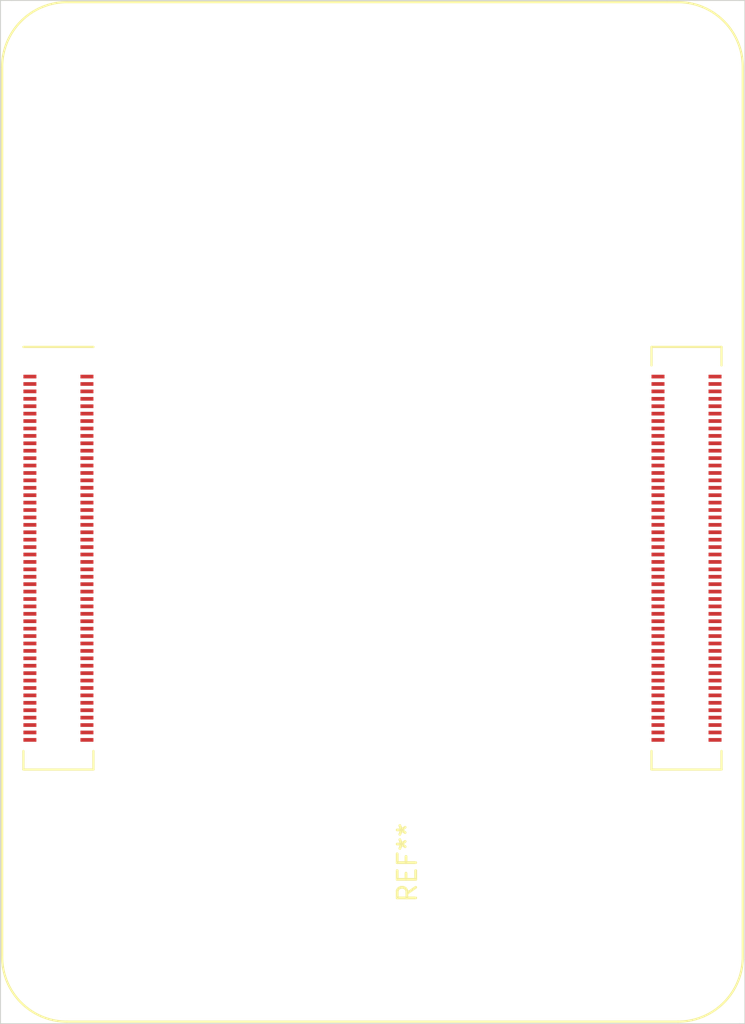
<source format=kicad_pcb>
(kicad_pcb (version 20171130) (host pcbnew "(5.1.10)-1")

  (general
    (thickness 1.6)
    (drawings 16)
    (tracks 0)
    (zones 0)
    (modules 1)
    (nets 1)
  )

  (page A4)
  (layers
    (0 F.Cu signal)
    (31 B.Cu signal)
    (32 B.Adhes user)
    (33 F.Adhes user)
    (34 B.Paste user)
    (35 F.Paste user)
    (36 B.SilkS user)
    (37 F.SilkS user)
    (38 B.Mask user)
    (39 F.Mask user)
    (40 Dwgs.User user)
    (41 Cmts.User user)
    (42 Eco1.User user)
    (43 Eco2.User user)
    (44 Edge.Cuts user)
    (45 Margin user)
    (46 B.CrtYd user)
    (47 F.CrtYd user)
    (48 B.Fab user)
    (49 F.Fab user)
  )

  (setup
    (last_trace_width 0.25)
    (trace_clearance 0.2)
    (zone_clearance 0.508)
    (zone_45_only no)
    (trace_min 0.2)
    (via_size 0.8)
    (via_drill 0.4)
    (via_min_size 0.4)
    (via_min_drill 0.3)
    (uvia_size 0.3)
    (uvia_drill 0.1)
    (uvias_allowed no)
    (uvia_min_size 0.2)
    (uvia_min_drill 0.1)
    (edge_width 0.05)
    (segment_width 0.2)
    (pcb_text_width 0.3)
    (pcb_text_size 1.5 1.5)
    (mod_edge_width 0.12)
    (mod_text_size 1 1)
    (mod_text_width 0.15)
    (pad_size 1.524 1.524)
    (pad_drill 0.762)
    (pad_to_mask_clearance 0)
    (aux_axis_origin 0 0)
    (visible_elements FFFFFF7F)
    (pcbplotparams
      (layerselection 0x010fc_ffffffff)
      (usegerberextensions false)
      (usegerberattributes true)
      (usegerberadvancedattributes true)
      (creategerberjobfile true)
      (excludeedgelayer true)
      (linewidth 0.100000)
      (plotframeref false)
      (viasonmask false)
      (mode 1)
      (useauxorigin false)
      (hpglpennumber 1)
      (hpglpenspeed 20)
      (hpglpendiameter 15.000000)
      (psnegative false)
      (psa4output false)
      (plotreference true)
      (plotvalue true)
      (plotinvisibletext false)
      (padsonsilk false)
      (subtractmaskfromsilk false)
      (outputformat 1)
      (mirror false)
      (drillshape 0)
      (scaleselection 1)
      (outputdirectory "Gerbers/"))
  )

  (net 0 "")

  (net_class Default "This is the default net class."
    (clearance 0.2)
    (trace_width 0.25)
    (via_dia 0.8)
    (via_drill 0.4)
    (uvia_dia 0.3)
    (uvia_drill 0.1)
  )

  (module PI-CM4Stencil:Pi_CM4 (layer F.Cu) (tedit 6173BF1E) (tstamp 61E174FB)
    (at 148.59 97.79)
    (descr "Raspberry Pi 4 Compute Module")
    (tags "Raspberry Pi 4 Compute Module")
    (attr smd)
    (fp_text reference REF** (at 1.88 16.42 270) (layer F.SilkS)
      (effects (font (size 1 1) (thickness 0.15)))
    )
    (fp_text value Raspberry-Pi-4-Compute-Module (at 0.02 21.69) (layer F.Fab)
      (effects (font (size 1 1) (thickness 0.15)))
    )
    (fp_arc (start 16.5 -26.5) (end 20 -26.5) (angle -90) (layer F.SilkS) (width 0.12))
    (fp_arc (start 16.5 21.5) (end 16.5 25) (angle -90) (layer F.SilkS) (width 0.12))
    (fp_arc (start -16.5 -26.5) (end -16.5 -30) (angle -90) (layer F.SilkS) (width 0.12))
    (fp_arc (start -16.5 21.5) (end -20 21.5) (angle -90) (layer F.SilkS) (width 0.12))
    (fp_text user 1 (at -18.4 -10.6) (layer F.Fab)
      (effects (font (size 1 1) (thickness 0.15)))
    )
    (fp_text user 1 (at 15.6 -10.65) (layer F.Fab)
      (effects (font (size 1 1) (thickness 0.15)))
    )
    (fp_line (start 18.2 -9.9) (end 18.8 -9.9) (layer F.Fab) (width 0.12))
    (fp_line (start 18.15 9.9) (end 18.2 -9.9) (layer F.Fab) (width 0.12))
    (fp_line (start 18.75 9.9) (end 18.15 9.9) (layer F.Fab) (width 0.12))
    (fp_line (start 15.75 9.9) (end 15.15 9.9) (layer F.Fab) (width 0.12))
    (fp_line (start 15.75 -9.9) (end 15.75 9.9) (layer F.Fab) (width 0.12))
    (fp_line (start 15.15 -9.9) (end 15.75 -9.9) (layer F.Fab) (width 0.12))
    (fp_line (start -15.8 -9.9) (end -15.1 -9.9) (layer F.Fab) (width 0.12))
    (fp_line (start -15.75 9.9) (end -15.8 -9.9) (layer F.Fab) (width 0.12))
    (fp_line (start -15.1 9.9) (end -15.75 9.9) (layer F.Fab) (width 0.12))
    (fp_line (start -18.15 9.9) (end -18.8 9.9) (layer F.Fab) (width 0.12))
    (fp_line (start -18.15 -9.9) (end -18.15 9.9) (layer F.Fab) (width 0.12))
    (fp_line (start -18.8 -9.9) (end -18.15 -9.9) (layer F.Fab) (width 0.12))
    (fp_line (start 15.1 11.4) (end 15.1 -11.4) (layer F.Fab) (width 0.12))
    (fp_line (start 18.8 11.4) (end 15.1 11.4) (layer F.Fab) (width 0.12))
    (fp_line (start 18.85 -11.4) (end 18.8 11.4) (layer F.Fab) (width 0.12))
    (fp_line (start 15.1 -11.4) (end 18.85 -11.4) (layer F.Fab) (width 0.12))
    (fp_line (start -18.85 11.4) (end -18.85 -11.4) (layer F.Fab) (width 0.12))
    (fp_line (start -15.05 11.4) (end -18.85 11.4) (layer F.Fab) (width 0.12))
    (fp_line (start -15.05 -11.4) (end -15.05 11.4) (layer F.Fab) (width 0.12))
    (fp_line (start -18.85 -11.4) (end -15.05 -11.4) (layer F.Fab) (width 0.12))
    (fp_line (start -15.07 -11.4) (end -15.07 11.4) (layer F.CrtYd) (width 0.12))
    (fp_line (start -15.07 11.4) (end -18.85 11.4) (layer F.CrtYd) (width 0.12))
    (fp_line (start -18.85 11.4) (end -18.85 -11.4) (layer F.CrtYd) (width 0.12))
    (fp_line (start 18.85 -11.4) (end 18.85 11.4) (layer F.CrtYd) (width 0.12))
    (fp_line (start 15.07 -11.4) (end 18.85 -11.4) (layer F.CrtYd) (width 0.12))
    (fp_line (start 18.85 11.4) (end 15.07 11.4) (layer F.CrtYd) (width 0.12))
    (fp_line (start 15.07 11.4) (end 15.07 -11.4) (layer F.CrtYd) (width 0.12))
    (fp_line (start -18.85 -11.4) (end -15.07 -11.4) (layer F.CrtYd) (width 0.12))
    (fp_line (start 16.5 -30) (end -16.5 -30) (layer F.SilkS) (width 0.12))
    (fp_line (start 15.07 -11.4) (end 15.07 -10.4) (layer F.SilkS) (width 0.12))
    (fp_line (start 18.85 -11.4) (end 18.85 -10.4) (layer F.SilkS) (width 0.12))
    (fp_line (start -20 -26.5) (end -20 21.5) (layer F.SilkS) (width 0.12))
    (fp_line (start -16.5 25) (end 16.5 25) (layer F.SilkS) (width 0.12))
    (fp_line (start 15.07 11.4) (end 18.85 11.4) (layer F.SilkS) (width 0.12))
    (fp_line (start -15.07 11.4) (end -15.07 10.4) (layer F.SilkS) (width 0.12))
    (fp_line (start -18.85 11.4) (end -18.85 10.4) (layer F.SilkS) (width 0.12))
    (fp_line (start 15.07 -11.4) (end 18.85 -11.4) (layer F.SilkS) (width 0.12))
    (fp_line (start -18.85 -11.4) (end -15.07 -11.4) (layer F.SilkS) (width 0.12))
    (fp_line (start 20 21.5) (end 20 -26.5) (layer F.SilkS) (width 0.12))
    (fp_line (start 18.85 11.4) (end 18.85 10.4) (layer F.SilkS) (width 0.12))
    (fp_line (start 15.07 11.4) (end 15.07 10.4) (layer F.SilkS) (width 0.12))
    (fp_line (start -18.85 11.4) (end -15.07 11.4) (layer F.SilkS) (width 0.12))
    (pad 200 smd rect (at 18.5 9.8 270) (size 0.2 0.7) (layers F.Cu F.Paste F.Mask))
    (pad 199 smd rect (at 15.42 9.8 270) (size 0.2 0.7) (layers F.Cu F.Paste F.Mask))
    (pad 198 smd rect (at 18.5 9.4 270) (size 0.2 0.7) (layers F.Cu F.Paste F.Mask))
    (pad 197 smd rect (at 15.42 9.4 270) (size 0.2 0.7) (layers F.Cu F.Paste F.Mask))
    (pad 196 smd rect (at 18.5 9 270) (size 0.2 0.7) (layers F.Cu F.Paste F.Mask)
      (die_length 3.78))
    (pad 195 smd rect (at 15.42 9 270) (size 0.2 0.7) (layers F.Cu F.Paste F.Mask)
      (die_length 0.84))
    (pad 194 smd rect (at 18.5 8.6 270) (size 0.2 0.7) (layers F.Cu F.Paste F.Mask)
      (die_length 3.78))
    (pad 193 smd rect (at 15.42 8.6 270) (size 0.2 0.7) (layers F.Cu F.Paste F.Mask)
      (die_length 0.83))
    (pad 192 smd rect (at 18.5 8.2 270) (size 0.2 0.7) (layers F.Cu F.Paste F.Mask))
    (pad 191 smd rect (at 15.42 8.2 270) (size 0.2 0.7) (layers F.Cu F.Paste F.Mask)
      (die_length 1.28))
    (pad 190 smd rect (at 18.5 7.8 270) (size 0.2 0.7) (layers F.Cu F.Paste F.Mask)
      (die_length 3.25))
    (pad 189 smd rect (at 15.42 7.8 270) (size 0.2 0.7) (layers F.Cu F.Paste F.Mask)
      (die_length 1.28))
    (pad 188 smd rect (at 18.5 7.4 270) (size 0.2 0.7) (layers F.Cu F.Paste F.Mask)
      (die_length 3.24))
    (pad 187 smd rect (at 15.42 7.4 270) (size 0.2 0.7) (layers F.Cu F.Paste F.Mask))
    (pad 186 smd rect (at 18.5 7 270) (size 0.2 0.7) (layers F.Cu F.Paste F.Mask))
    (pad 185 smd rect (at 15.42 7 270) (size 0.2 0.7) (layers F.Cu F.Paste F.Mask))
    (pad 184 smd rect (at 18.5 6.6 270) (size 0.2 0.7) (layers F.Cu F.Paste F.Mask)
      (die_length 1.76))
    (pad 183 smd rect (at 15.42 6.6 270) (size 0.2 0.7) (layers F.Cu F.Paste F.Mask)
      (die_length 1.06))
    (pad 182 smd rect (at 18.5 6.2 270) (size 0.2 0.7) (layers F.Cu F.Paste F.Mask)
      (die_length 1.76))
    (pad 181 smd rect (at 15.42 6.2 270) (size 0.2 0.7) (layers F.Cu F.Paste F.Mask)
      (die_length 1.06))
    (pad 180 smd rect (at 18.5 5.8 270) (size 0.2 0.7) (layers F.Cu F.Paste F.Mask))
    (pad 179 smd rect (at 15.42 5.8 270) (size 0.2 0.7) (layers F.Cu F.Paste F.Mask))
    (pad 178 smd rect (at 18.5 5.4 270) (size 0.2 0.7) (layers F.Cu F.Paste F.Mask)
      (die_length 0.62))
    (pad 177 smd rect (at 15.42 5.4 270) (size 0.2 0.7) (layers F.Cu F.Paste F.Mask)
      (die_length 0.01))
    (pad 176 smd rect (at 18.5 5 270) (size 0.2 0.7) (layers F.Cu F.Paste F.Mask)
      (die_length 0.62))
    (pad 175 smd rect (at 15.42 5 270) (size 0.2 0.7) (layers F.Cu F.Paste F.Mask))
    (pad 174 smd rect (at 18.5 4.6 270) (size 0.2 0.7) (layers F.Cu F.Paste F.Mask))
    (pad 173 smd rect (at 15.42 4.6 270) (size 0.2 0.7) (layers F.Cu F.Paste F.Mask))
    (pad 172 smd rect (at 18.5 4.2 270) (size 0.2 0.7) (layers F.Cu F.Paste F.Mask))
    (pad 171 smd rect (at 15.42 4.2 270) (size 0.2 0.7) (layers F.Cu F.Paste F.Mask))
    (pad 170 smd rect (at 18.5 3.8 270) (size 0.2 0.7) (layers F.Cu F.Paste F.Mask))
    (pad 169 smd rect (at 15.42 3.8 270) (size 0.2 0.7) (layers F.Cu F.Paste F.Mask))
    (pad 168 smd rect (at 18.5 3.4 270) (size 0.2 0.7) (layers F.Cu F.Paste F.Mask))
    (pad 167 smd rect (at 15.42 3.4 270) (size 0.2 0.7) (layers F.Cu F.Paste F.Mask))
    (pad 166 smd rect (at 18.5 3 270) (size 0.2 0.7) (layers F.Cu F.Paste F.Mask)
      (die_length 2.47))
    (pad 165 smd rect (at 15.42 3 270) (size 0.2 0.7) (layers F.Cu F.Paste F.Mask))
    (pad 164 smd rect (at 18.5 2.6 270) (size 0.2 0.7) (layers F.Cu F.Paste F.Mask)
      (die_length 2.47))
    (pad 163 smd rect (at 15.42 2.6 270) (size 0.2 0.7) (layers F.Cu F.Paste F.Mask))
    (pad 162 smd rect (at 18.5 2.2 270) (size 0.2 0.7) (layers F.Cu F.Paste F.Mask))
    (pad 161 smd rect (at 15.42 2.2 270) (size 0.2 0.7) (layers F.Cu F.Paste F.Mask))
    (pad 160 smd rect (at 18.5 1.8 270) (size 0.2 0.7) (layers F.Cu F.Paste F.Mask)
      (die_length 1.51))
    (pad 159 smd rect (at 15.42 1.8 270) (size 0.2 0.7) (layers F.Cu F.Paste F.Mask))
    (pad 158 smd rect (at 18.5 1.4 270) (size 0.2 0.7) (layers F.Cu F.Paste F.Mask)
      (die_length 1.51))
    (pad 157 smd rect (at 15.42 1.4 270) (size 0.2 0.7) (layers F.Cu F.Paste F.Mask))
    (pad 156 smd rect (at 18.5 1 270) (size 0.2 0.7) (layers F.Cu F.Paste F.Mask))
    (pad 155 smd rect (at 15.42 1 270) (size 0.2 0.7) (layers F.Cu F.Paste F.Mask))
    (pad 154 smd rect (at 18.5 0.6 270) (size 0.2 0.7) (layers F.Cu F.Paste F.Mask)
      (die_length 1))
    (pad 153 smd rect (at 15.42 0.6 270) (size 0.2 0.7) (layers F.Cu F.Paste F.Mask))
    (pad 152 smd rect (at 18.5 0.2 270) (size 0.2 0.7) (layers F.Cu F.Paste F.Mask)
      (die_length 1))
    (pad 151 smd rect (at 15.42 0.2 270) (size 0.2 0.7) (layers F.Cu F.Paste F.Mask))
    (pad 150 smd rect (at 18.5 -0.2 270) (size 0.2 0.7) (layers F.Cu F.Paste F.Mask))
    (pad 149 smd rect (at 15.42 -0.2 270) (size 0.2 0.7) (layers F.Cu F.Paste F.Mask))
    (pad 148 smd rect (at 18.5 -0.6 270) (size 0.2 0.7) (layers F.Cu F.Paste F.Mask))
    (pad 147 smd rect (at 15.42 -0.6 270) (size 0.2 0.7) (layers F.Cu F.Paste F.Mask))
    (pad 146 smd rect (at 18.5 -1 270) (size 0.2 0.7) (layers F.Cu F.Paste F.Mask))
    (pad 145 smd rect (at 15.42 -1 270) (size 0.2 0.7) (layers F.Cu F.Paste F.Mask))
    (pad 144 smd rect (at 18.5 -1.4 270) (size 0.2 0.7) (layers F.Cu F.Paste F.Mask))
    (pad 143 smd rect (at 15.42 -1.4 270) (size 0.2 0.7) (layers F.Cu F.Paste F.Mask))
    (pad 142 smd rect (at 18.5 -1.8 270) (size 0.2 0.7) (layers F.Cu F.Paste F.Mask)
      (die_length 0.02))
    (pad 141 smd rect (at 15.42 -1.8 270) (size 0.2 0.7) (layers F.Cu F.Paste F.Mask))
    (pad 140 smd rect (at 18.5 -2.2 270) (size 0.2 0.7) (layers F.Cu F.Paste F.Mask)
      (die_length 0.02))
    (pad 139 smd rect (at 15.42 -2.2 270) (size 0.2 0.7) (layers F.Cu F.Paste F.Mask))
    (pad 138 smd rect (at 18.5 -2.6 270) (size 0.2 0.7) (layers F.Cu F.Paste F.Mask))
    (pad 137 smd rect (at 15.42 -2.6 270) (size 0.2 0.7) (layers F.Cu F.Paste F.Mask))
    (pad 136 smd rect (at 18.5 -3 270) (size 0.2 0.7) (layers F.Cu F.Paste F.Mask))
    (pad 135 smd rect (at 15.42 -3 270) (size 0.2 0.7) (layers F.Cu F.Paste F.Mask)
      (die_length 0.04))
    (pad 134 smd rect (at 18.5 -3.4 270) (size 0.2 0.7) (layers F.Cu F.Paste F.Mask))
    (pad 133 smd rect (at 15.42 -3.4 270) (size 0.2 0.7) (layers F.Cu F.Paste F.Mask)
      (die_length 0.05))
    (pad 132 smd rect (at 18.5 -3.8 270) (size 0.2 0.7) (layers F.Cu F.Paste F.Mask))
    (pad 131 smd rect (at 15.42 -3.8 270) (size 0.2 0.7) (layers F.Cu F.Paste F.Mask))
    (pad 130 smd rect (at 18.5 -4.2 270) (size 0.2 0.7) (layers F.Cu F.Paste F.Mask)
      (die_length 0.07))
    (pad 129 smd rect (at 15.42 -4.2 270) (size 0.2 0.7) (layers F.Cu F.Paste F.Mask)
      (die_length 0.78))
    (pad 128 smd rect (at 18.5 -4.6 270) (size 0.2 0.7) (layers F.Cu F.Paste F.Mask)
      (die_length 0.06))
    (pad 127 smd rect (at 15.42 -4.6 270) (size 0.2 0.7) (layers F.Cu F.Paste F.Mask)
      (die_length 0.78))
    (pad 126 smd rect (at 18.5 -5 270) (size 0.2 0.7) (layers F.Cu F.Paste F.Mask))
    (pad 125 smd rect (at 15.42 -5 270) (size 0.2 0.7) (layers F.Cu F.Paste F.Mask))
    (pad 124 smd rect (at 18.5 -5.4 270) (size 0.2 0.7) (layers F.Cu F.Paste F.Mask))
    (pad 123 smd rect (at 15.42 -5.4 270) (size 0.2 0.7) (layers F.Cu F.Paste F.Mask)
      (die_length 0.4))
    (pad 122 smd rect (at 18.5 -5.8 270) (size 0.2 0.7) (layers F.Cu F.Paste F.Mask))
    (pad 121 smd rect (at 15.42 -5.8 270) (size 0.2 0.7) (layers F.Cu F.Paste F.Mask)
      (die_length 0.4))
    (pad 120 smd rect (at 18.5 -6.2 270) (size 0.2 0.7) (layers F.Cu F.Paste F.Mask))
    (pad 119 smd rect (at 15.42 -6.2 270) (size 0.2 0.7) (layers F.Cu F.Paste F.Mask))
    (pad 118 smd rect (at 18.5 -6.6 270) (size 0.2 0.7) (layers F.Cu F.Paste F.Mask))
    (pad 117 smd rect (at 15.42 -6.6 270) (size 0.2 0.7) (layers F.Cu F.Paste F.Mask)
      (die_length 0.01))
    (pad 116 smd rect (at 18.5 -7 270) (size 0.2 0.7) (layers F.Cu F.Paste F.Mask))
    (pad 115 smd rect (at 15.42 -7 270) (size 0.2 0.7) (layers F.Cu F.Paste F.Mask)
      (die_length 0.02))
    (pad 114 smd rect (at 18.5 -7.4 270) (size 0.2 0.7) (layers F.Cu F.Paste F.Mask))
    (pad 113 smd rect (at 15.42 -7.4 270) (size 0.2 0.7) (layers F.Cu F.Paste F.Mask))
    (pad 112 smd rect (at 18.5 -7.8 270) (size 0.2 0.7) (layers F.Cu F.Paste F.Mask))
    (pad 111 smd rect (at 15.42 -7.8 270) (size 0.2 0.7) (layers F.Cu F.Paste F.Mask))
    (pad 110 smd rect (at 18.5 -8.2 270) (size 0.2 0.7) (layers F.Cu F.Paste F.Mask))
    (pad 109 smd rect (at 15.42 -8.2 270) (size 0.2 0.7) (layers F.Cu F.Paste F.Mask))
    (pad 108 smd rect (at 18.5 -8.6 270) (size 0.2 0.7) (layers F.Cu F.Paste F.Mask))
    (pad 107 smd rect (at 15.42 -8.6 270) (size 0.2 0.7) (layers F.Cu F.Paste F.Mask))
    (pad 106 smd rect (at 18.5 -9 270) (size 0.2 0.7) (layers F.Cu F.Paste F.Mask))
    (pad 105 smd rect (at 15.42 -9 270) (size 0.2 0.7) (layers F.Cu F.Paste F.Mask))
    (pad 104 smd rect (at 18.5 -9.4 270) (size 0.2 0.7) (layers F.Cu F.Paste F.Mask))
    (pad 103 smd rect (at 15.42 -9.4 270) (size 0.2 0.7) (layers F.Cu F.Paste F.Mask))
    (pad 102 smd rect (at 18.5 -9.8 270) (size 0.2 0.7) (layers F.Cu F.Paste F.Mask))
    (pad 101 smd rect (at 15.42 -9.8 270) (size 0.2 0.7) (layers F.Cu F.Paste F.Mask))
    (pad 100 smd rect (at -15.42 9.8 270) (size 0.2 0.7) (layers F.Cu F.Paste F.Mask))
    (pad 99 smd rect (at -18.5 9.8 270) (size 0.2 0.7) (layers F.Cu F.Paste F.Mask))
    (pad 98 smd rect (at -15.42 9.4 270) (size 0.2 0.7) (layers F.Cu F.Paste F.Mask))
    (pad 97 smd rect (at -18.5 9.4 270) (size 0.2 0.7) (layers F.Cu F.Paste F.Mask))
    (pad 96 smd rect (at -15.42 9 270) (size 0.2 0.7) (layers F.Cu F.Paste F.Mask))
    (pad 95 smd rect (at -18.5 9 270) (size 0.2 0.7) (layers F.Cu F.Paste F.Mask))
    (pad 94 smd rect (at -15.42 8.6 270) (size 0.2 0.7) (layers F.Cu F.Paste F.Mask))
    (pad 93 smd rect (at -18.5 8.6 270) (size 0.2 0.7) (layers F.Cu F.Paste F.Mask))
    (pad 92 smd rect (at -15.42 8.2 270) (size 0.2 0.7) (layers F.Cu F.Paste F.Mask))
    (pad 91 smd rect (at -18.5 8.2 270) (size 0.2 0.7) (layers F.Cu F.Paste F.Mask))
    (pad 90 smd rect (at -15.42 7.8 270) (size 0.2 0.7) (layers F.Cu F.Paste F.Mask))
    (pad 89 smd rect (at -18.5 7.8 270) (size 0.2 0.7) (layers F.Cu F.Paste F.Mask))
    (pad 88 smd rect (at -15.42 7.4 270) (size 0.2 0.7) (layers F.Cu F.Paste F.Mask))
    (pad 87 smd rect (at -18.5 7.4 270) (size 0.2 0.7) (layers F.Cu F.Paste F.Mask))
    (pad 86 smd rect (at -15.42 7 270) (size 0.2 0.7) (layers F.Cu F.Paste F.Mask))
    (pad 85 smd rect (at -18.5 7 270) (size 0.2 0.7) (layers F.Cu F.Paste F.Mask))
    (pad 84 smd rect (at -15.42 6.6 270) (size 0.2 0.7) (layers F.Cu F.Paste F.Mask))
    (pad 83 smd rect (at -18.5 6.6 270) (size 0.2 0.7) (layers F.Cu F.Paste F.Mask))
    (pad 82 smd rect (at -15.42 6.2 270) (size 0.2 0.7) (layers F.Cu F.Paste F.Mask))
    (pad 81 smd rect (at -18.5 6.2 270) (size 0.2 0.7) (layers F.Cu F.Paste F.Mask))
    (pad 80 smd rect (at -15.42 5.8 270) (size 0.2 0.7) (layers F.Cu F.Paste F.Mask))
    (pad 79 smd rect (at -18.5 5.8 270) (size 0.2 0.7) (layers F.Cu F.Paste F.Mask))
    (pad 78 smd rect (at -15.42 5.4 270) (size 0.2 0.7) (layers F.Cu F.Paste F.Mask))
    (pad 77 smd rect (at -18.5 5.4 270) (size 0.2 0.7) (layers F.Cu F.Paste F.Mask))
    (pad 76 smd rect (at -15.42 5 270) (size 0.2 0.7) (layers F.Cu F.Paste F.Mask))
    (pad 75 smd rect (at -18.5 5 270) (size 0.2 0.7) (layers F.Cu F.Paste F.Mask))
    (pad 74 smd rect (at -15.42 4.6 270) (size 0.2 0.7) (layers F.Cu F.Paste F.Mask))
    (pad 73 smd rect (at -18.5 4.6 270) (size 0.2 0.7) (layers F.Cu F.Paste F.Mask))
    (pad 72 smd rect (at -15.42 4.2 270) (size 0.2 0.7) (layers F.Cu F.Paste F.Mask))
    (pad 71 smd rect (at -18.5 4.2 270) (size 0.2 0.7) (layers F.Cu F.Paste F.Mask))
    (pad 70 smd rect (at -15.42 3.8 270) (size 0.2 0.7) (layers F.Cu F.Paste F.Mask))
    (pad 69 smd rect (at -18.5 3.8 270) (size 0.2 0.7) (layers F.Cu F.Paste F.Mask))
    (pad 68 smd rect (at -15.42 3.4 270) (size 0.2 0.7) (layers F.Cu F.Paste F.Mask))
    (pad 67 smd rect (at -18.5 3.4 270) (size 0.2 0.7) (layers F.Cu F.Paste F.Mask))
    (pad 66 smd rect (at -15.42 3 270) (size 0.2 0.7) (layers F.Cu F.Paste F.Mask))
    (pad 65 smd rect (at -18.5 3 270) (size 0.2 0.7) (layers F.Cu F.Paste F.Mask))
    (pad 64 smd rect (at -15.42 2.6 270) (size 0.2 0.7) (layers F.Cu F.Paste F.Mask))
    (pad 63 smd rect (at -18.5 2.6 270) (size 0.2 0.7) (layers F.Cu F.Paste F.Mask))
    (pad 62 smd rect (at -15.42 2.2 270) (size 0.2 0.7) (layers F.Cu F.Paste F.Mask))
    (pad 61 smd rect (at -18.5 2.2 270) (size 0.2 0.7) (layers F.Cu F.Paste F.Mask))
    (pad 60 smd rect (at -15.42 1.8 270) (size 0.2 0.7) (layers F.Cu F.Paste F.Mask))
    (pad 59 smd rect (at -18.5 1.8 270) (size 0.2 0.7) (layers F.Cu F.Paste F.Mask))
    (pad 58 smd rect (at -15.42 1.4 270) (size 0.2 0.7) (layers F.Cu F.Paste F.Mask))
    (pad 57 smd rect (at -18.5 1.4 270) (size 0.2 0.7) (layers F.Cu F.Paste F.Mask))
    (pad 56 smd rect (at -15.42 1 270) (size 0.2 0.7) (layers F.Cu F.Paste F.Mask))
    (pad 55 smd rect (at -18.5 1 270) (size 0.2 0.7) (layers F.Cu F.Paste F.Mask))
    (pad 54 smd rect (at -15.42 0.6 270) (size 0.2 0.7) (layers F.Cu F.Paste F.Mask))
    (pad 53 smd rect (at -18.5 0.6 270) (size 0.2 0.7) (layers F.Cu F.Paste F.Mask))
    (pad 52 smd rect (at -15.42 0.2 270) (size 0.2 0.7) (layers F.Cu F.Paste F.Mask))
    (pad 51 smd rect (at -18.5 0.2 270) (size 0.2 0.7) (layers F.Cu F.Paste F.Mask))
    (pad 50 smd rect (at -15.42 -0.2 270) (size 0.2 0.7) (layers F.Cu F.Paste F.Mask))
    (pad 49 smd rect (at -18.5 -0.2 270) (size 0.2 0.7) (layers F.Cu F.Paste F.Mask))
    (pad 48 smd rect (at -15.42 -0.6 270) (size 0.2 0.7) (layers F.Cu F.Paste F.Mask))
    (pad 47 smd rect (at -18.5 -0.6 270) (size 0.2 0.7) (layers F.Cu F.Paste F.Mask))
    (pad 46 smd rect (at -15.42 -1 270) (size 0.2 0.7) (layers F.Cu F.Paste F.Mask))
    (pad 45 smd rect (at -18.5 -1 270) (size 0.2 0.7) (layers F.Cu F.Paste F.Mask))
    (pad 44 smd rect (at -15.42 -1.4 270) (size 0.2 0.7) (layers F.Cu F.Paste F.Mask))
    (pad 43 smd rect (at -18.5 -1.4 270) (size 0.2 0.7) (layers F.Cu F.Paste F.Mask))
    (pad 42 smd rect (at -15.42 -1.8 270) (size 0.2 0.7) (layers F.Cu F.Paste F.Mask))
    (pad 41 smd rect (at -18.5 -1.8 270) (size 0.2 0.7) (layers F.Cu F.Paste F.Mask))
    (pad 40 smd rect (at -15.42 -2.2 270) (size 0.2 0.7) (layers F.Cu F.Paste F.Mask))
    (pad 39 smd rect (at -18.5 -2.2 270) (size 0.2 0.7) (layers F.Cu F.Paste F.Mask))
    (pad 38 smd rect (at -15.42 -2.6 270) (size 0.2 0.7) (layers F.Cu F.Paste F.Mask))
    (pad 37 smd rect (at -18.5 -2.6 270) (size 0.2 0.7) (layers F.Cu F.Paste F.Mask))
    (pad 36 smd rect (at -15.42 -3 270) (size 0.2 0.7) (layers F.Cu F.Paste F.Mask))
    (pad 35 smd rect (at -18.5 -3 270) (size 0.2 0.7) (layers F.Cu F.Paste F.Mask))
    (pad 34 smd rect (at -15.42 -3.4 270) (size 0.2 0.7) (layers F.Cu F.Paste F.Mask))
    (pad 33 smd rect (at -18.5 -3.4 270) (size 0.2 0.7) (layers F.Cu F.Paste F.Mask))
    (pad 32 smd rect (at -15.42 -3.8 270) (size 0.2 0.7) (layers F.Cu F.Paste F.Mask))
    (pad 31 smd rect (at -18.5 -3.8 270) (size 0.2 0.7) (layers F.Cu F.Paste F.Mask))
    (pad 30 smd rect (at -15.42 -4.2 270) (size 0.2 0.7) (layers F.Cu F.Paste F.Mask))
    (pad 29 smd rect (at -18.5 -4.2 270) (size 0.2 0.7) (layers F.Cu F.Paste F.Mask))
    (pad 28 smd rect (at -15.42 -4.6 270) (size 0.2 0.7) (layers F.Cu F.Paste F.Mask))
    (pad 27 smd rect (at -18.5 -4.6 270) (size 0.2 0.7) (layers F.Cu F.Paste F.Mask))
    (pad 26 smd rect (at -15.42 -5 270) (size 0.2 0.7) (layers F.Cu F.Paste F.Mask))
    (pad 25 smd rect (at -18.5 -5 270) (size 0.2 0.7) (layers F.Cu F.Paste F.Mask))
    (pad 24 smd rect (at -15.42 -5.4 270) (size 0.2 0.7) (layers F.Cu F.Paste F.Mask))
    (pad 23 smd rect (at -18.5 -5.4 270) (size 0.2 0.7) (layers F.Cu F.Paste F.Mask))
    (pad 22 smd rect (at -15.42 -5.8 270) (size 0.2 0.7) (layers F.Cu F.Paste F.Mask))
    (pad 21 smd rect (at -18.5 -5.8 270) (size 0.2 0.7) (layers F.Cu F.Paste F.Mask))
    (pad 20 smd rect (at -15.42 -6.2 270) (size 0.2 0.7) (layers F.Cu F.Paste F.Mask))
    (pad 19 smd rect (at -18.5 -6.2 270) (size 0.2 0.7) (layers F.Cu F.Paste F.Mask))
    (pad 18 smd rect (at -15.42 -6.6 270) (size 0.2 0.7) (layers F.Cu F.Paste F.Mask))
    (pad 17 smd rect (at -18.5 -6.6 270) (size 0.2 0.7) (layers F.Cu F.Paste F.Mask))
    (pad 16 smd rect (at -15.42 -7 270) (size 0.2 0.7) (layers F.Cu F.Paste F.Mask))
    (pad 15 smd rect (at -18.5 -7 270) (size 0.2 0.7) (layers F.Cu F.Paste F.Mask))
    (pad 14 smd rect (at -15.42 -7.4 270) (size 0.2 0.7) (layers F.Cu F.Paste F.Mask))
    (pad 13 smd rect (at -18.5 -7.4 270) (size 0.2 0.7) (layers F.Cu F.Paste F.Mask))
    (pad 12 smd rect (at -15.42 -7.8 270) (size 0.2 0.7) (layers F.Cu F.Paste F.Mask))
    (pad 11 smd rect (at -18.5 -7.8 270) (size 0.2 0.7) (layers F.Cu F.Paste F.Mask))
    (pad 10 smd rect (at -15.42 -8.2 270) (size 0.2 0.7) (layers F.Cu F.Paste F.Mask))
    (pad 9 smd rect (at -18.5 -8.2 270) (size 0.2 0.7) (layers F.Cu F.Paste F.Mask))
    (pad 8 smd rect (at -15.42 -8.6 270) (size 0.2 0.7) (layers F.Cu F.Paste F.Mask))
    (pad 7 smd rect (at -18.5 -8.6 270) (size 0.2 0.7) (layers F.Cu F.Paste F.Mask))
    (pad 6 smd rect (at -15.42 -9 270) (size 0.2 0.7) (layers F.Cu F.Paste F.Mask))
    (pad 5 smd rect (at -18.5 -9 270) (size 0.2 0.7) (layers F.Cu F.Paste F.Mask))
    (pad 4 smd rect (at -15.42 -9.4 270) (size 0.2 0.7) (layers F.Cu F.Paste F.Mask))
    (pad 3 smd rect (at -18.5 -9.4 270) (size 0.2 0.7) (layers F.Cu F.Paste F.Mask))
    (pad 2 smd rect (at -15.42 -9.8 270) (size 0.2 0.7) (layers F.Cu F.Paste F.Mask))
    (pad 1 smd rect (at -18.5 -9.8 270) (size 0.2 0.7) (layers F.Cu F.Paste F.Mask))
    (pad "" np_thru_hole circle (at 16.5 -26.5) (size 2.7 2.7) (drill 2.7) (layers *.Cu *.Mask)
      (solder_mask_margin 1.7) (clearance 1.7))
    (pad "" np_thru_hole circle (at -16.5 21.5) (size 2.7 2.7) (drill 2.7) (layers *.Cu *.Mask)
      (solder_mask_margin 1.7) (clearance 1.7))
    (pad "" np_thru_hole circle (at 16.5 21.5) (size 2.7 2.7) (drill 2.7) (layers *.Cu *.Mask)
      (solder_mask_margin 1.7) (clearance 1.7))
    (pad "" np_thru_hole circle (at -16.5 -26.5) (size 2.7 2.7) (drill 2.7) (layers *.Cu *.Mask)
      (solder_mask_margin 1.7) (clearance 1.7))
    (model ${KIPRJMOD}/Models/CM4-model-lite.step
      (offset (xyz 36 -25 1))
      (scale (xyz 1 1 1))
      (rotate (xyz 0 0 -90))
    )
  )

  (gr_line (start 168.7 67.7) (end 168.4 67.7) (layer Edge.Cuts) (width 0.05) (tstamp 61E19144))
  (gr_line (start 168.7 71.5) (end 168.7 67.7) (layer Edge.Cuts) (width 0.05))
  (gr_line (start 164.5 67.7) (end 168.4 67.7) (layer Edge.Cuts) (width 0.05))
  (gr_line (start 128.5 67.7) (end 129.1 67.7) (layer Edge.Cuts) (width 0.05) (tstamp 61E19143))
  (gr_line (start 128.5 71.3) (end 128.5 67.7) (layer Edge.Cuts) (width 0.05))
  (gr_line (start 131.8 67.7) (end 129.1 67.7) (layer Edge.Cuts) (width 0.05))
  (gr_line (start 168.7 122.9) (end 168.4 122.9) (layer Edge.Cuts) (width 0.05))
  (gr_line (start 168.7 119.45) (end 168.7 122.9) (layer Edge.Cuts) (width 0.05))
  (gr_line (start 165.25 122.9) (end 168.45 122.9) (layer Edge.Cuts) (width 0.05))
  (gr_line (start 128.5 122.9) (end 128.5 122.8) (layer Edge.Cuts) (width 0.05) (tstamp 61E19142))
  (gr_line (start 131.65 122.9) (end 128.5 122.9) (layer Edge.Cuts) (width 0.05))
  (gr_line (start 128.5 119.8) (end 128.5 122.8) (layer Edge.Cuts) (width 0.05))
  (gr_line (start 128.5 71.3) (end 128.5 119.8) (layer Edge.Cuts) (width 0.05))
  (gr_line (start 165.25 122.9) (end 131.65 122.9) (layer Edge.Cuts) (width 0.05))
  (gr_line (start 168.7 71.5) (end 168.7 119.45) (layer Edge.Cuts) (width 0.05))
  (gr_line (start 164.5 67.7) (end 131.8 67.7) (layer Edge.Cuts) (width 0.05))

)

</source>
